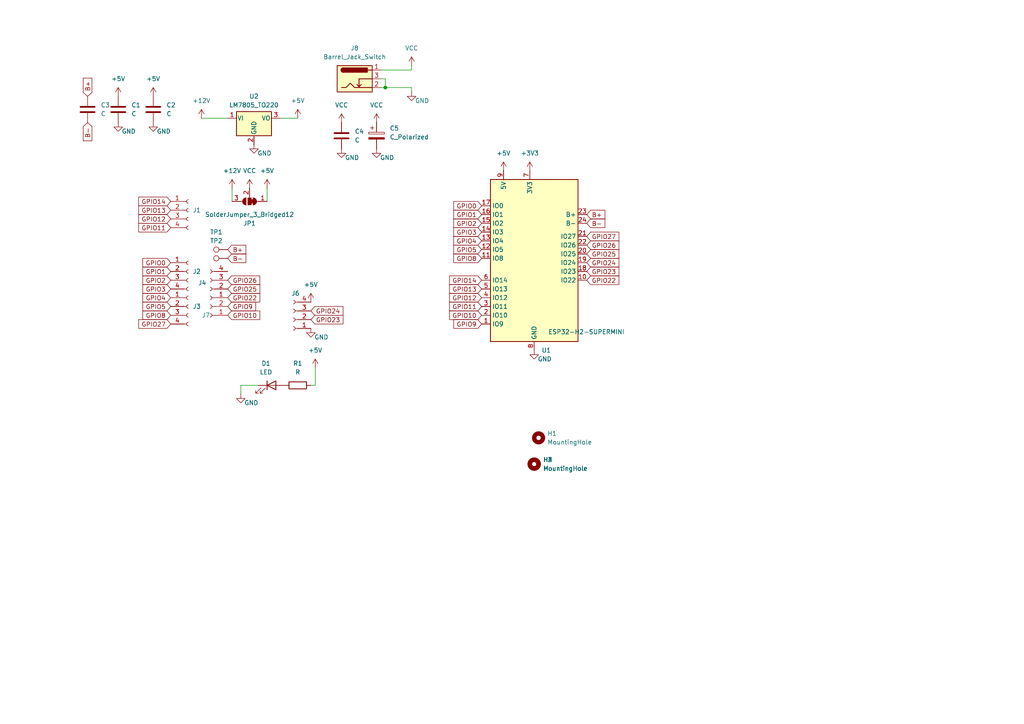
<source format=kicad_sch>
(kicad_sch (version 20250114) (generator "eeschema") (generator_version "9.0")
  (paper "A4")
  (lib_symbols
    (symbol "Connector:Barrel_Jack_Switch" (pin_names (hide yes))
      (property "Reference" "J" (at 0 5.334 0))
      (property "Value" "Barrel_Jack_Switch" (at 0 -5.08 0))
      (symbol "Barrel_Jack_Switch_0_1"
        (rectangle (start -5.08 3.81) (end 5.08 -3.81) (stroke (width 0.254)) (fill (type background)))
        (polyline (pts (xy -3.81 -2.54) (xy -2.54 -2.54) (xy -1.27 -1.27) (xy 0 -2.54) (xy 2.54 -2.54) (xy 5.08 -2.54)) (stroke (width 0.254)))
        (arc (start -3.302 1.905) (mid -3.9343 2.54) (end -3.302 3.175) (stroke (width 0.254)))
        (arc (start -3.302 1.905) (mid -3.9343 2.54) (end -3.302 3.175) (stroke (width 0.254)) (fill (type outline)))
        (polyline (pts (xy 1.27 -2.286) (xy 1.905 -1.651)) (stroke (width 0.254)))
        (rectangle (start 3.683 3.175) (end -3.302 1.905) (stroke (width 0.254)) (fill (type outline)))
        (polyline (pts (xy 5.08 2.54) (xy 3.81 2.54)) (stroke (width 0.254)))
        (polyline (pts (xy 5.08 0) (xy 1.27 0) (xy 1.27 -2.286) (xy 0.635 -1.651)) (stroke (width 0.254)))
      )
      (symbol "Barrel_Jack_Switch_1_1"
        (pin passive line (at 7.62 2.54 180) (length 2.54) (name "~") (number "1"))
        (pin passive line (at 7.62 0 180) (length 2.54) (name "~") (number "3"))
        (pin passive line (at 7.62 -2.54 180) (length 2.54) (name "~") (number "2"))
      )
    )
    (symbol "Connector:Conn_01x02_Socket" (pin_names (offset 1.016) (hide yes))
      (property "Reference" "J" (at 0 2.54 0))
      (property "Value" "Conn_01x02_Socket" (at 0 -5.08 0))
      (symbol "Conn_01x02_Socket_1_1"
        (polyline (pts (xy -1.27 0) (xy -0.508 0)) (stroke (width 0.1524)))
        (polyline (pts (xy -1.27 -2.54) (xy -0.508 -2.54)) (stroke (width 0.1524)))
        (arc (start 0 -0.508) (mid -0.5058 0) (end 0 0.508) (stroke (width 0.1524)))
        (arc (start 0 -3.048) (mid -0.5058 -2.54) (end 0 -2.032) (stroke (width 0.1524)))
        (pin passive line (at -5.08 0 0) (length 3.81) (name "Pin_1") (number "1"))
        (pin passive line (at -5.08 -2.54 0) (length 3.81) (name "Pin_2") (number "2"))
      )
    )
    (symbol "Connector:Conn_01x04_Socket" (pin_names (offset 1.016) (hide yes))
      (property "Reference" "J" (at 0 5.08 0))
      (property "Value" "Conn_01x04_Socket" (at 0 -7.62 0))
      (symbol "Conn_01x04_Socket_1_1"
        (polyline (pts (xy -1.27 2.54) (xy -0.508 2.54)) (stroke (width 0.1524)))
        (polyline (pts (xy -1.27 0) (xy -0.508 0)) (stroke (width 0.1524)))
        (polyline (pts (xy -1.27 -2.54) (xy -0.508 -2.54)) (stroke (width 0.1524)))
        (polyline (pts (xy -1.27 -5.08) (xy -0.508 -5.08)) (stroke (width 0.1524)))
        (arc (start 0 2.032) (mid -0.5058 2.54) (end 0 3.048) (stroke (width 0.1524)))
        (arc (start 0 -0.508) (mid -0.5058 0) (end 0 0.508) (stroke (width 0.1524)))
        (arc (start 0 -3.048) (mid -0.5058 -2.54) (end 0 -2.032) (stroke (width 0.1524)))
        (arc (start 0 -5.588) (mid -0.5058 -5.08) (end 0 -4.572) (stroke (width 0.1524)))
        (pin passive line (at -5.08 2.54 0) (length 3.81) (name "Pin_1") (number "1"))
        (pin passive line (at -5.08 0 0) (length 3.81) (name "Pin_2") (number "2"))
        (pin passive line (at -5.08 -2.54 0) (length 3.81) (name "Pin_3") (number "3"))
        (pin passive line (at -5.08 -5.08 0) (length 3.81) (name "Pin_4") (number "4"))
      )
    )
    (symbol "Connector:TestPoint" (pin_numbers (hide yes)) (pin_names (offset 0.762) (hide yes))
      (property "Reference" "TP" (at 0 6.858 0))
      (property "Value" "TestPoint" (at 0 5.08 0))
      (symbol "TestPoint_0_1"
        (circle (center 0 3.302) (radius 0.762))
      )
      (symbol "TestPoint_1_1"
        (pin passive line (at 0 0 90) (length 2.54) (name "1") (number "1"))
      )
    )
    (symbol "Device:C" (pin_numbers (hide yes)) (pin_names (offset 0.254))
      (property "Reference" "C" (at 0.635 2.54 0))
      (property "Value" "C" (at 0.635 -2.54 0))
      (symbol "C_0_1"
        (polyline (pts (xy -2.032 0.762) (xy 2.032 0.762)) (stroke (width 0.508)))
        (polyline (pts (xy -2.032 -0.762) (xy 2.032 -0.762)) (stroke (width 0.508)))
      )
      (symbol "C_1_1"
        (pin passive line (at 0 3.81 270) (length 2.794) (name "~") (number "1"))
        (pin passive line (at 0 -3.81 90) (length 2.794) (name "~") (number "2"))
      )
    )
    (symbol "Device:C_Polarized" (pin_numbers (hide yes)) (pin_names (offset 0.254))
      (property "Reference" "C" (at 0.635 2.54 0))
      (property "Value" "C_Polarized" (at 0.635 -2.54 0))
      (symbol "C_Polarized_0_1"
        (rectangle (start -2.286 0.508) (end 2.286 1.016))
        (polyline (pts (xy -1.778 2.286) (xy -0.762 2.286)))
        (polyline (pts (xy -1.27 2.794) (xy -1.27 1.778)))
        (rectangle (start 2.286 -0.508) (end -2.286 -1.016) (fill (type outline)))
      )
      (symbol "C_Polarized_1_1"
        (pin passive line (at 0 3.81 270) (length 2.794) (name "~") (number "1"))
        (pin passive line (at 0 -3.81 90) (length 2.794) (name "~") (number "2"))
      )
    )
    (symbol "Device:LED" (pin_numbers (hide yes)) (pin_names (offset 1.016) (hide yes))
      (property "Reference" "D" (at 0 2.54 0))
      (property "Value" "LED" (at 0 -2.54 0))
      (symbol "LED_0_1"
        (polyline (pts (xy -3.048 -0.762) (xy -4.572 -2.286) (xy -3.81 -2.286) (xy -4.572 -2.286) (xy -4.572 -1.524)))
        (polyline (pts (xy -1.778 -0.762) (xy -3.302 -2.286) (xy -2.54 -2.286) (xy -3.302 -2.286) (xy -3.302 -1.524)))
        (polyline (pts (xy -1.27 0) (xy 1.27 0)))
        (polyline (pts (xy -1.27 -1.27) (xy -1.27 1.27)) (stroke (width 0.254)))
        (polyline (pts (xy 1.27 -1.27) (xy 1.27 1.27) (xy -1.27 0) (xy 1.27 -1.27)) (stroke (width 0.254)))
      )
      (symbol "LED_1_1"
        (pin passive line (at -3.81 0 0) (length 2.54) (name "K") (number "1"))
        (pin passive line (at 3.81 0 180) (length 2.54) (name "A") (number "2"))
      )
    )
    (symbol "Device:R" (pin_numbers (hide yes)) (pin_names (offset 0))
      (property "Reference" "R" (at 2.032 0 90))
      (property "Value" "R" (at 0 0 90))
      (symbol "R_0_1"
        (rectangle (start -1.016 -2.54) (end 1.016 2.54) (stroke (width 0.254)))
      )
      (symbol "R_1_1"
        (pin passive line (at 0 3.81 270) (length 1.27) (name "~") (number "1"))
        (pin passive line (at 0 -3.81 90) (length 1.27) (name "~") (number "2"))
      )
    )
    (symbol "ESP32H2-Supermini:ESP32-S3-MINI-1"
      (property "Reference" "U" (at -11.43 29.21 0))
      (property "Value" "ESP32-H2-SUPERMINI" (at 12.7 29.21 0))
      (symbol "ESP32-S3-MINI-1_0_1"
        (rectangle (start -12.7 27.94) (end 12.7 -19.05) (stroke (width 0.254)) (fill (type background)))
      )
      (symbol "ESP32-S3-MINI-1_1_1"
        (pin bidirectional line (at -15.24 20.32 0) (length 2.54) (name "IO0") (number "17"))
        (pin bidirectional line (at -15.24 17.78 0) (length 2.54) (name "IO1") (number "16"))
        (pin bidirectional line (at -15.24 15.24 0) (length 2.54) (name "IO2") (number "15"))
        (pin bidirectional line (at -15.24 12.7 0) (length 2.54) (name "IO3") (number "14"))
        (pin bidirectional line (at -15.24 10.16 0) (length 2.54) (name "IO4") (number "13"))
        (pin bidirectional line (at -15.24 7.62 0) (length 2.54) (name "IO5") (number "12"))
        (pin bidirectional line (at -15.24 5.08 0) (length 2.54) (name "IO8") (number "11"))
        (pin bidirectional line (at -15.24 -1.27 0) (length 2.54) (name "IO14") (number "6"))
        (pin bidirectional line (at -15.24 -3.81 0) (length 2.54) (name "IO13") (number "5"))
        (pin bidirectional line (at -15.24 -6.35 0) (length 2.54) (name "IO12") (number "4"))
        (pin bidirectional line (at -15.24 -8.89 0) (length 2.54) (name "IO11") (number "3"))
        (pin bidirectional line (at -15.24 -11.43 0) (length 2.54) (name "IO10") (number "2"))
        (pin bidirectional line (at -15.24 -13.97 0) (length 2.54) (name "IO9") (number "1"))
        (pin power_in line (at -8.89 30.48 270) (length 2.54) (name "5V") (number "9"))
        (pin power_in line (at -1.27 30.48 270) (length 2.54) (name "3V3") (number "7"))
        (pin power_out line (at 0 -21.59 90) (length 2.54) (name "GND") (number "8"))
        (pin bidirectional line (at 15.24 17.78 180) (length 2.54) (name "B+") (number "23"))
        (pin bidirectional line (at 15.24 15.24 180) (length 2.54) (name "B-") (number "24"))
        (pin bidirectional line (at 15.24 11.43 180) (length 2.54) (name "IO27") (number "21"))
        (pin bidirectional line (at 15.24 8.89 180) (length 2.54) (name "IO26") (number "22"))
        (pin bidirectional line (at 15.24 6.35 180) (length 2.54) (name "IO25") (number "20"))
        (pin bidirectional line (at 15.24 3.81 180) (length 2.54) (name "IO24") (number "19"))
        (pin bidirectional line (at 15.24 1.27 180) (length 2.54) (name "IO23") (number "18"))
        (pin bidirectional line (at 15.24 -1.27 180) (length 2.54) (name "IO22") (number "10"))
      )
    )
    (symbol "Jumper:SolderJumper_3_Bridged12" (pin_names (offset 0) (hide yes)) (exclude_from_sim yes) (in_bom no)
      (property "Reference" "JP" (at -2.54 -2.54 0))
      (property "Value" "SolderJumper_3_Bridged12" (at 0 2.794 0))
      (symbol "SolderJumper_3_Bridged12_0_1"
        (polyline (pts (xy -2.54 0) (xy -2.032 0)))
        (polyline (pts (xy -1.016 1.016) (xy -1.016 -1.016)))
        (rectangle (start -1.016 0.508) (end -0.508 -0.508) (fill (type outline)))
        (arc (start -1.016 -1.016) (mid -2.0276 0) (end -1.016 1.016))
        (arc (start -1.016 -1.016) (mid -2.0276 0) (end -1.016 1.016) (fill (type outline)))
        (rectangle (start -0.508 1.016) (end 0.508 -1.016) (fill (type outline)))
        (polyline (pts (xy 0 -1.27) (xy 0 -1.016)))
        (arc (start 1.016 1.016) (mid 2.0276 0) (end 1.016 -1.016))
        (arc (start 1.016 1.016) (mid 2.0276 0) (end 1.016 -1.016) (fill (type outline)))
        (polyline (pts (xy 1.016 1.016) (xy 1.016 -1.016)))
        (polyline (pts (xy 2.54 0) (xy 2.032 0)))
      )
      (symbol "SolderJumper_3_Bridged12_1_1"
        (pin passive line (at -5.08 0 0) (length 2.54) (name "A") (number "1"))
        (pin passive line (at 0 -3.81 90) (length 2.54) (name "C") (number "2"))
        (pin passive line (at 5.08 0 180) (length 2.54) (name "B") (number "3"))
      )
    )
    (symbol "Mechanical:MountingHole" (pin_names (offset 1.016)) (exclude_from_sim yes) (in_bom no)
      (property "Reference" "H" (at 0 5.08 0))
      (property "Value" "MountingHole" (at 0 3.175 0))
      (symbol "MountingHole_0_1"
        (circle (center 0 0) (radius 1.27) (stroke (width 1.27)))
      )
    )
    (symbol "Regulator_Linear:LM7805_TO220" (pin_names (offset 0.254))
      (property "Reference" "U" (at -3.81 3.175 0))
      (property "Value" "LM7805_TO220" (at 0 3.175 0))
      (symbol "LM7805_TO220_0_1"
        (rectangle (start -5.08 1.905) (end 5.08 -5.08) (stroke (width 0.254)) (fill (type background)))
      )
      (symbol "LM7805_TO220_1_1"
        (pin power_in line (at -7.62 0 0) (length 2.54) (name "VI") (number "1"))
        (pin power_in line (at 0 -7.62 90) (length 2.54) (name "GND") (number "2"))
        (pin power_out line (at 7.62 0 180) (length 2.54) (name "VO") (number "3"))
      )
    )
    (symbol "power:+12V" (power) (pin_numbers (hide yes)) (pin_names (offset 0) (hide yes))
      (property "Value" "+12V" (at 0 3.556 0))
      (symbol "+12V_0_1"
        (polyline (pts (xy -0.762 1.27) (xy 0 2.54)))
        (polyline (pts (xy 0 2.54) (xy 0.762 1.27)))
        (polyline (pts (xy 0 0) (xy 0 2.54)))
      )
      (symbol "+12V_1_1"
        (pin power_in line (at 0 0 90) (length 0) (name "~") (number "1"))
      )
    )
    (symbol "power:+3V3" (power) (pin_numbers (hide yes)) (pin_names (offset 0) (hide yes))
      (property "Value" "+3V3" (at 0 3.556 0))
      (symbol "+3V3_0_1"
        (polyline (pts (xy -0.762 1.27) (xy 0 2.54)))
        (polyline (pts (xy 0 2.54) (xy 0.762 1.27)))
        (polyline (pts (xy 0 0) (xy 0 2.54)))
      )
      (symbol "+3V3_1_1"
        (pin power_in line (at 0 0 90) (length 0) (name "~") (number "1"))
      )
    )
    (symbol "power:+5V" (power) (pin_numbers (hide yes)) (pin_names (offset 0) (hide yes))
      (property "Value" "+5V" (at 0 3.556 0))
      (symbol "+5V_0_1"
        (polyline (pts (xy -0.762 1.27) (xy 0 2.54)))
        (polyline (pts (xy 0 2.54) (xy 0.762 1.27)))
        (polyline (pts (xy 0 0) (xy 0 2.54)))
      )
      (symbol "+5V_1_1"
        (pin power_in line (at 0 0 90) (length 0) (name "~") (number "1"))
      )
    )
    (symbol "power:GND" (power) (pin_numbers (hide yes)) (pin_names (offset 0) (hide yes))
      (property "Value" "GND" (at 0 -3.81 0))
      (symbol "GND_0_1"
        (polyline (pts (xy 0 0) (xy 0 -1.27) (xy 1.27 -1.27) (xy 0 -2.54) (xy -1.27 -1.27) (xy 0 -1.27)))
      )
      (symbol "GND_1_1"
        (pin power_in line (at 0 0 270) (length 0) (name "~") (number "1"))
      )
    )
    (symbol "power:VCC" (power) (pin_numbers (hide yes)) (pin_names (offset 0) (hide yes))
      (property "Value" "VCC" (at 0 3.556 0))
      (symbol "VCC_0_1"
        (polyline (pts (xy -0.762 1.27) (xy 0 2.54)))
        (polyline (pts (xy 0 2.54) (xy 0.762 1.27)))
        (polyline (pts (xy 0 0) (xy 0 2.54)))
      )
      (symbol "VCC_1_1"
        (pin power_in line (at 0 0 90) (length 0) (name "~") (number "1"))
      )
    )
  )
  (junction (at 111.76 25.4))
  (wire (pts (xy 119.38 25.4) (xy 119.38 26.67)))
  (wire (pts (xy 111.76 22.86) (xy 111.76 25.4)))
  (wire (pts (xy 111.76 25.4) (xy 119.38 25.4)))
  (wire (pts (xy 74.93 111.76) (xy 69.85 111.76)))
  (wire (pts (xy 91.44 111.76) (xy 90.17 111.76)))
  (wire (pts (xy 91.44 106.68) (xy 91.44 111.76)))
  (wire (pts (xy 77.47 54.61) (xy 77.47 58.42)))
  (wire (pts (xy 69.85 111.76) (xy 69.85 114.3)))
  (wire (pts (xy 67.31 54.61) (xy 67.31 58.42)))
  (wire (pts (xy 58.42 34.29) (xy 66.04 34.29)))
  (wire (pts (xy 119.38 19.05) (xy 119.38 20.32)))
  (wire (pts (xy 110.49 25.4) (xy 111.76 25.4)))
  (wire (pts (xy 81.28 34.29) (xy 86.36 34.29)))
  (wire (pts (xy 110.49 20.32) (xy 119.38 20.32)))
  (wire (pts (xy 110.49 22.86) (xy 111.76 22.86)))
  (global_label "GPIO10" (shape input) (at 66.04 91.44 0) (property "Intersheetrefs" "${INTERSHEET_REFS}" (effects (hide yes))))
  (global_label "GPIO3" (shape input) (at 49.53 83.82 180) (property "Intersheetrefs" "${INTERSHEET_REFS}" (effects (hide yes))))
  (global_label "GPIO11" (shape input) (at 139.7 88.9 180) (property "Intersheetrefs" "${INTERSHEET_REFS}" (effects (hide yes))))
  (global_label "GPIO12" (shape input) (at 49.53 63.5 180) (property "Intersheetrefs" "${INTERSHEET_REFS}" (effects (hide yes))))
  (global_label "GPIO3" (shape input) (at 139.7 67.31 180) (property "Intersheetrefs" "${INTERSHEET_REFS}" (effects (hide yes))))
  (global_label "GPIO22" (shape input) (at 66.04 86.36 0) (property "Intersheetrefs" "${INTERSHEET_REFS}" (effects (hide yes))))
  (global_label "B-" (shape input) (at 66.04 74.93 0) (property "Intersheetrefs" "${INTERSHEET_REFS}" (effects (hide yes))))
  (global_label "GPIO8" (shape input) (at 49.53 91.44 180) (property "Intersheetrefs" "${INTERSHEET_REFS}" (effects (hide yes))))
  (global_label "GPIO23" (shape input) (at 170.18 78.74 0) (property "Intersheetrefs" "${INTERSHEET_REFS}" (effects (hide yes))))
  (global_label "GPIO5" (shape input) (at 49.53 88.9 180) (property "Intersheetrefs" "${INTERSHEET_REFS}" (effects (hide yes))))
  (global_label "B+" (shape input) (at 66.04 72.39 0) (property "Intersheetrefs" "${INTERSHEET_REFS}" (effects (hide yes))))
  (global_label "GPIO9" (shape input) (at 139.7 93.98 180) (property "Intersheetrefs" "${INTERSHEET_REFS}" (effects (hide yes))))
  (global_label "GPIO11" (shape input) (at 49.53 66.04 180) (property "Intersheetrefs" "${INTERSHEET_REFS}" (effects (hide yes))))
  (global_label "GPIO26" (shape input) (at 170.18 71.12 0) (property "Intersheetrefs" "${INTERSHEET_REFS}" (effects (hide yes))))
  (global_label "GPIO13" (shape input) (at 139.7 83.82 180) (property "Intersheetrefs" "${INTERSHEET_REFS}" (effects (hide yes))))
  (global_label "GPIO1" (shape input) (at 139.7 62.23 180) (property "Intersheetrefs" "${INTERSHEET_REFS}" (effects (hide yes))))
  (global_label "GPIO12" (shape input) (at 139.7 86.36 180) (property "Intersheetrefs" "${INTERSHEET_REFS}" (effects (hide yes))))
  (global_label "GPIO22" (shape input) (at 170.18 81.28 0) (property "Intersheetrefs" "${INTERSHEET_REFS}" (effects (hide yes))))
  (global_label "GPIO5" (shape input) (at 139.7 72.39 180) (property "Intersheetrefs" "${INTERSHEET_REFS}" (effects (hide yes))))
  (global_label "GPIO2" (shape input) (at 139.7 64.77 180) (property "Intersheetrefs" "${INTERSHEET_REFS}" (effects (hide yes))))
  (global_label "GPIO26" (shape input) (at 66.04 81.28 0) (property "Intersheetrefs" "${INTERSHEET_REFS}" (effects (hide yes))))
  (global_label "GPIO14" (shape input) (at 49.53 58.42 180) (property "Intersheetrefs" "${INTERSHEET_REFS}" (effects (hide yes))))
  (global_label "GPIO8" (shape input) (at 139.7 74.93 180) (property "Intersheetrefs" "${INTERSHEET_REFS}" (effects (hide yes))))
  (global_label "GPIO23" (shape input) (at 90.17 92.71 0) (property "Intersheetrefs" "${INTERSHEET_REFS}" (effects (hide yes))))
  (global_label "GPIO25" (shape input) (at 170.18 73.66 0) (property "Intersheetrefs" "${INTERSHEET_REFS}" (effects (hide yes))))
  (global_label "B-" (shape input) (at 25.4 35.56 270) (property "Intersheetrefs" "${INTERSHEET_REFS}" (effects (hide yes))))
  (global_label "GPIO24" (shape input) (at 170.18 76.2 0) (property "Intersheetrefs" "${INTERSHEET_REFS}" (effects (hide yes))))
  (global_label "B-" (shape input) (at 170.18 64.77 0) (property "Intersheetrefs" "${INTERSHEET_REFS}" (effects (hide yes))))
  (global_label "GPIO1" (shape input) (at 49.53 78.74 180) (property "Intersheetrefs" "${INTERSHEET_REFS}" (effects (hide yes))))
  (global_label "GPIO0" (shape input) (at 49.53 76.2 180) (property "Intersheetrefs" "${INTERSHEET_REFS}" (effects (hide yes))))
  (global_label "B+" (shape input) (at 25.4 27.94 90) (property "Intersheetrefs" "${INTERSHEET_REFS}" (effects (hide yes))))
  (global_label "GPIO4" (shape input) (at 49.53 86.36 180) (property "Intersheetrefs" "${INTERSHEET_REFS}" (effects (hide yes))))
  (global_label "GPIO9" (shape input) (at 66.04 88.9 0) (property "Intersheetrefs" "${INTERSHEET_REFS}" (effects (hide yes))))
  (global_label "GPIO13" (shape input) (at 49.53 60.96 180) (property "Intersheetrefs" "${INTERSHEET_REFS}" (effects (hide yes))))
  (global_label "B+" (shape input) (at 170.18 62.23 0) (property "Intersheetrefs" "${INTERSHEET_REFS}" (effects (hide yes))))
  (global_label "GPIO0" (shape input) (at 139.7 59.69 180) (property "Intersheetrefs" "${INTERSHEET_REFS}" (effects (hide yes))))
  (global_label "GPIO24" (shape input) (at 90.17 90.17 0) (property "Intersheetrefs" "${INTERSHEET_REFS}" (effects (hide yes))))
  (global_label "GPIO25" (shape input) (at 66.04 83.82 0) (property "Intersheetrefs" "${INTERSHEET_REFS}" (effects (hide yes))))
  (global_label "GPIO27" (shape input) (at 49.53 93.98 180) (property "Intersheetrefs" "${INTERSHEET_REFS}" (effects (hide yes))))
  (global_label "GPIO14" (shape input) (at 139.7 81.28 180) (property "Intersheetrefs" "${INTERSHEET_REFS}" (effects (hide yes))))
  (global_label "GPIO27" (shape input) (at 170.18 68.58 0) (property "Intersheetrefs" "${INTERSHEET_REFS}" (effects (hide yes))))
  (global_label "GPIO10" (shape input) (at 139.7 91.44 180) (property "Intersheetrefs" "${INTERSHEET_REFS}" (effects (hide yes))))
  (global_label "GPIO2" (shape input) (at 49.53 81.28 180) (property "Intersheetrefs" "${INTERSHEET_REFS}" (effects (hide yes))))
  (global_label "GPIO4" (shape input) (at 139.7 69.85 180) (property "Intersheetrefs" "${INTERSHEET_REFS}" (effects (hide yes))))
  (symbol (lib_id "Device:C_Polarized") (at 109.22 39.37 0) (unit 1)
    (property "Reference" "C5" (at 113.03 37.2109 0) (effects (justify left)))
    (property "Value" "C_Polarized" (at 113.03 39.7509 0) (effects (justify left)))
    (property "Footprint" "Capacitor_THT:CP_Radial_D10.0mm_P3.80mm" (effects (hide yes)))
    (property "Description" "Polarized capacitor" (effects (hide yes)))
  )
  (symbol (lib_id "Connector:Barrel_Jack_Switch") (at 102.87 22.86 0) (unit 1)
    (property "Reference" "J8" (at 102.87 13.97 0))
    (property "Value" "Barrel_Jack_Switch" (at 102.87 16.51 0))
    (property "Footprint" "Connector_BarrelJack:BarrelJack_Horizontal" (effects (hide yes)))
    (property "Description" "DC Barrel Jack with an internal switch" (effects (hide yes)))
  )
  (symbol (lib_id "power:+5V") (at 34.29 27.94 0) (unit 1)
    (property "Reference" "#PWR09" (effects (hide yes)))
    (property "Value" "+5V" (at 34.29 22.86 0))
    (property "Description" "Power symbol creates a global label with name \"+5V\"" (effects (hide yes)))
  )
  (symbol (lib_id "Connector:Conn_01x04_Socket") (at 54.61 78.74 0) (unit 1)
    (property "Reference" "J2" (at 55.88 78.7399 0) (effects (justify left)))
    (property "Value" "Conn_01x04_Socket" (effects (hide yes)))
    (property "Footprint" "Connector_PinSocket_2.54mm:PinSocket_1x04_P2.54mm_Vertical" (effects (hide yes)))
    (property "Description" "Generic connector, single row, 01x04, script generated" (effects (hide yes)))
  )
  (symbol (lib_id "power:VCC") (at 109.22 35.56 0) (unit 1)
    (property "Reference" "#PWR015" (effects (hide yes)))
    (property "Value" "VCC" (at 109.22 30.48 0))
    (property "Description" "Power symbol creates a global label with name \"VCC\"" (effects (hide yes)))
  )
  (symbol (lib_id "Device:C") (at 99.06 39.37 0) (unit 1)
    (property "Reference" "C4" (at 102.87 38.0999 0) (effects (justify left)))
    (property "Value" "C" (at 102.87 40.6399 0) (effects (justify left)))
    (property "Footprint" "Capacitor_SMD:C_0805_2012Metric_Pad1.18x1.45mm_HandSolder" (effects (hide yes)))
    (property "Description" "Unpolarized capacitor" (effects (hide yes)))
  )
  (symbol (lib_id "power:VCC") (at 72.39 54.61 0) (unit 1)
    (property "Reference" "#PWR017" (effects (hide yes)))
    (property "Value" "VCC" (at 72.39 49.53 0))
    (property "Description" "Power symbol creates a global label with name \"VCC\"" (effects (hide yes)))
  )
  (symbol (lib_id "power:GND") (at 34.29 35.56 0) (unit 1)
    (property "Reference" "#PWR011" (effects (hide yes)))
    (property "Value" "GND" (at 37.338 38.1 0))
    (property "Description" "Power symbol creates a global label with name \"GND\" , ground" (effects (hide yes)))
  )
  (symbol (lib_id "Connector:Conn_01x02_Socket") (at 60.96 91.44 180) (unit 1)
    (property "Reference" "J7" (at 59.69 91.44 0))
    (property "Value" "Conn_01x02_Socket" (effects (hide yes)))
    (property "Footprint" "Connector_PinSocket_2.54mm:PinSocket_1x02_P2.54mm_Vertical" (effects (hide yes)))
    (property "Description" "Generic connector, single row, 01x02, script generated" (effects (hide yes)))
  )
  (symbol (lib_id "power:VCC") (at 119.38 19.05 0) (unit 1)
    (property "Reference" "#PWR01" (effects (hide yes)))
    (property "Value" "VCC" (at 119.38 13.97 0))
    (property "Description" "Power symbol creates a global label with name \"VCC\"" (effects (hide yes)))
  )
  (symbol (lib_id "Device:LED") (at 78.74 111.76 0) (unit 1)
    (property "Reference" "D1" (at 77.1525 105.41 0))
    (property "Value" "LED" (at 77.1525 107.95 0))
    (property "Footprint" "LED_THT:LED_D4.0mm" (effects (hide yes)))
    (property "Description" "Light emitting diode" (effects (hide yes)))
    (property "Sim.Pins" "1=K 2=A" (effects (hide yes)))
  )
  (symbol (lib_id "power:+5V") (at 91.44 106.68 0) (unit 1)
    (property "Reference" "#PWR024" (effects (hide yes)))
    (property "Value" "+5V" (at 91.44 101.6 0))
    (property "Description" "Power symbol creates a global label with name \"+5V\"" (effects (hide yes)))
  )
  (symbol (lib_id "power:GND") (at 44.45 35.56 0) (unit 1)
    (property "Reference" "#PWR012" (effects (hide yes)))
    (property "Value" "GND" (at 47.498 38.1 0))
    (property "Description" "Power symbol creates a global label with name \"GND\" , ground" (effects (hide yes)))
  )
  (symbol (lib_id "power:GND") (at 109.22 43.18 0) (unit 1)
    (property "Reference" "#PWR016" (effects (hide yes)))
    (property "Value" "GND" (at 112.268 45.72 0))
    (property "Description" "Power symbol creates a global label with name \"GND\" , ground" (effects (hide yes)))
  )
  (symbol (lib_id "Device:C") (at 34.29 31.75 0) (unit 1)
    (property "Reference" "C1" (at 38.1 30.4799 0) (effects (justify left)))
    (property "Value" "C" (at 38.1 33.0199 0) (effects (justify left)))
    (property "Footprint" "Capacitor_SMD:C_0805_2012Metric_Pad1.18x1.45mm_HandSolder" (effects (hide yes)))
    (property "Description" "Unpolarized capacitor" (effects (hide yes)))
  )
  (symbol (lib_id "power:GND") (at 90.17 95.25 0) (unit 1)
    (property "Reference" "#PWR021" (effects (hide yes)))
    (property "Value" "GND" (at 93.218 97.79 0))
    (property "Description" "Power symbol creates a global label with name \"GND\" , ground" (effects (hide yes)))
  )
  (symbol (lib_id "Connector:Conn_01x04_Socket") (at 54.61 60.96 0) (unit 1)
    (property "Reference" "J1" (at 55.88 60.9599 0) (effects (justify left)))
    (property "Value" "Conn_01x04_Socket" (effects (hide yes)))
    (property "Footprint" "Connector_PinSocket_2.54mm:PinSocket_1x04_P2.54mm_Vertical" (effects (hide yes)))
    (property "Description" "Generic connector, single row, 01x04, script generated" (effects (hide yes)))
  )
  (symbol (lib_id "Jumper:SolderJumper_3_Bridged12") (at 72.39 58.42 180) (unit 1)
    (property "Reference" "JP1" (at 72.39 64.77 0))
    (property "Value" "SolderJumper_3_Bridged12" (at 72.39 62.23 0))
    (property "Footprint" "Jumper:SolderJumper-3_P1.3mm_Bridged12_Pad1.0x1.5mm" (effects (hide yes)))
    (property "Description" "3-pole Solder Jumper, pins 1+2 closed/bridged" (effects (hide yes)))
  )
  (symbol (lib_id "power:+12V") (at 58.42 34.29 0) (unit 1)
    (property "Reference" "#PWR019" (effects (hide yes)))
    (property "Value" "+12V" (at 58.42 29.21 0))
    (property "Description" "Power symbol creates a global label with name \"+12V\"" (effects (hide yes)))
  )
  (symbol (lib_id "Device:C") (at 25.4 31.75 0) (unit 1)
    (property "Reference" "C3" (at 29.21 30.4799 0) (effects (justify left)))
    (property "Value" "C" (at 29.21 33.0199 0) (effects (justify left)))
    (property "Footprint" "Capacitor_SMD:C_0805_2012Metric_Pad1.18x1.45mm_HandSolder" (effects (hide yes)))
    (property "Description" "Unpolarized capacitor" (effects (hide yes)))
  )
  (symbol (lib_id "Mechanical:MountingHole") (at 154.94 134.62 0) (unit 1) (exclude_from_sim yes) (in_bom no)
    (property "Reference" "H3" (at 157.48 133.3499 0) (effects (justify left)))
    (property "Value" "MountingHole" (at 157.48 135.8899 0) (effects (justify left)))
    (property "Footprint" "MountingHole:MountingHole_2mm" (effects (hide yes)))
    (property "Description" "Mounting Hole without connection" (effects (hide yes)))
  )
  (symbol (lib_id "power:+5V") (at 44.45 27.94 0) (unit 1)
    (property "Reference" "#PWR010" (effects (hide yes)))
    (property "Value" "+5V" (at 44.45 22.86 0))
    (property "Description" "Power symbol creates a global label with name \"+5V\"" (effects (hide yes)))
  )
  (symbol (lib_id "Mechanical:MountingHole") (at 156.21 127 0) (unit 1) (exclude_from_sim yes) (in_bom no)
    (property "Reference" "H1" (at 158.75 125.7299 0) (effects (justify left)))
    (property "Value" "MountingHole" (at 158.75 128.2699 0) (effects (justify left)))
    (property "Footprint" "MountingHole:MountingHole_2mm" (effects (hide yes)))
    (property "Description" "Mounting Hole without connection" (effects (hide yes)))
  )
  (symbol (lib_id "Device:C") (at 44.45 31.75 0) (unit 1)
    (property "Reference" "C2" (at 48.26 30.4799 0) (effects (justify left)))
    (property "Value" "C" (at 48.26 33.0199 0) (effects (justify left)))
    (property "Footprint" "Capacitor_SMD:C_0805_2012Metric_Pad1.18x1.45mm_HandSolder" (effects (hide yes)))
    (property "Description" "Unpolarized capacitor" (effects (hide yes)))
  )
  (symbol (lib_id "Connector:Conn_01x04_Socket") (at 54.61 88.9 0) (unit 1)
    (property "Reference" "J3" (at 55.88 88.8999 0) (effects (justify left)))
    (property "Value" "Conn_01x04_Socket" (effects (hide yes)))
    (property "Footprint" "Connector_PinSocket_2.54mm:PinSocket_1x04_P2.54mm_Vertical" (effects (hide yes)))
    (property "Description" "Generic connector, single row, 01x04, script generated" (effects (hide yes)))
  )
  (symbol (lib_id "power:GND") (at 69.85 114.3 0) (unit 1)
    (property "Reference" "#PWR023" (effects (hide yes)))
    (property "Value" "GND" (at 72.898 116.84 0))
    (property "Description" "Power symbol creates a global label with name \"GND\" , ground" (effects (hide yes)))
  )
  (symbol (lib_id "power:+5V") (at 90.17 87.63 0) (unit 1)
    (property "Reference" "#PWR022" (effects (hide yes)))
    (property "Value" "+5V" (at 90.17 82.55 0))
    (property "Description" "Power symbol creates a global label with name \"+5V\"" (effects (hide yes)))
  )
  (symbol (lib_id "Mechanical:MountingHole") (at 154.94 134.62 0) (unit 1) (exclude_from_sim yes) (in_bom no)
    (property "Reference" "H4" (at 157.48 133.3499 0) (effects (justify left)))
    (property "Value" "MountingHole" (at 157.48 135.8899 0) (effects (justify left)))
    (property "Footprint" "MountingHole:MountingHole_2mm" (effects (hide yes)))
    (property "Description" "Mounting Hole without connection" (effects (hide yes)))
  )
  (symbol (lib_id "power:+5V") (at 86.36 34.29 0) (unit 1)
    (property "Reference" "#PWR04" (effects (hide yes)))
    (property "Value" "+5V" (at 86.36 29.21 0))
    (property "Description" "Power symbol creates a global label with name \"+5V\"" (effects (hide yes)))
  )
  (symbol (lib_id "power:+3V3") (at 153.67 49.53 0) (unit 1)
    (property "Reference" "#PWR07" (effects (hide yes)))
    (property "Value" "+3V3" (at 153.67 44.45 0))
    (property "Description" "Power symbol creates a global label with name \"+3V3\"" (effects (hide yes)))
  )
  (symbol (lib_id "power:GND") (at 99.06 43.18 0) (unit 1)
    (property "Reference" "#PWR013" (effects (hide yes)))
    (property "Value" "GND" (at 102.108 45.72 0))
    (property "Description" "Power symbol creates a global label with name \"GND\" , ground" (effects (hide yes)))
  )
  (symbol (lib_id "Device:R") (at 86.36 111.76 90) (unit 1)
    (property "Reference" "R1" (at 86.36 105.41 90))
    (property "Value" "R" (at 86.36 107.95 90))
    (property "Footprint" "Resistor_SMD:R_0805_2012Metric_Pad1.20x1.40mm_HandSolder" (effects (hide yes)))
    (property "Description" "Resistor" (effects (hide yes)))
  )
  (symbol (lib_id "power:GND") (at 154.94 101.6 0) (unit 1)
    (property "Reference" "#PWR08" (effects (hide yes)))
    (property "Value" "GND" (at 157.988 104.14 0))
    (property "Description" "Power symbol creates a global label with name \"GND\" , ground" (effects (hide yes)))
  )
  (symbol (lib_id "power:+5V") (at 77.47 54.61 0) (unit 1)
    (property "Reference" "#PWR020" (effects (hide yes)))
    (property "Value" "+5V" (at 77.47 49.53 0))
    (property "Description" "Power symbol creates a global label with name \"+5V\"" (effects (hide yes)))
  )
  (symbol (lib_id "Connector:Conn_01x04_Socket") (at 85.09 92.71 180) (unit 1)
    (property "Reference" "J6" (at 85.725 85.09 0))
    (property "Value" "Conn_01x04_Socket" (effects (hide yes)))
    (property "Footprint" "Connector_PinSocket_2.54mm:PinSocket_1x04_P2.54mm_Vertical" (effects (hide yes)))
    (property "Description" "Generic connector, single row, 01x04, script generated" (effects (hide yes)))
  )
  (symbol (lib_id "Regulator_Linear:LM7805_TO220") (at 73.66 34.29 0) (unit 1)
    (property "Reference" "U2" (at 73.66 27.94 0))
    (property "Value" "LM7805_TO220" (at 73.66 30.48 0))
    (property "Footprint" "Package_TO_SOT_THT:TO-220-3_Vertical" (effects (hide yes)))
    (property "Datasheet" "https://www.onsemi.cn/PowerSolutions/document/MC7800-D.PDF" (effects (hide yes)))
    (property "Description" "Positive 1A 35V Linear Regulator, Fixed Output 5V, TO-220" (effects (hide yes)))
  )
  (symbol (lib_id "ESP32H2-Supermini:ESP32-S3-MINI-1") (at 154.94 80.01 0) (unit 1)
    (property "Reference" "U1" (at 157.0833 101.6 0) (effects (justify left)))
    (property "Value" "ESP32-H2-SUPERMINI" (at 159.004 96.266 0) (effects (justify left)))
    (property "Footprint" "libs:ESP32H2-Supermini" (effects (hide yes)))
    (property "Datasheet" "https://www.espressif.com/sites/default/files/documentation/esp32-h2_datasheet_en.pdf" (effects (hide yes)))
    (property "Description" "\"RF Module, ESP32-H2 SoC, Bluetooth 5.2 (LE), IEEE 802.15.4, 32-bit, 3.3V, SMD, onboard antenna.\"" (effects (hide yes)))
  )
  (symbol (lib_id "Mechanical:MountingHole") (at 154.94 134.62 0) (unit 1) (exclude_from_sim yes) (in_bom no)
    (property "Reference" "H2" (at 157.48 133.3499 0) (effects (justify left)))
    (property "Value" "MountingHole" (at 157.48 135.8899 0) (effects (justify left)))
    (property "Footprint" "MountingHole:MountingHole_2mm" (effects (hide yes)))
    (property "Description" "Mounting Hole without connection" (effects (hide yes)))
  )
  (symbol (lib_id "Connector:Conn_01x04_Socket") (at 60.96 83.82 180) (unit 1)
    (property "Reference" "J4" (at 58.674 82.042 0))
    (property "Value" "Conn_01x04_Socket" (effects (hide yes)))
    (property "Footprint" "Connector_PinSocket_2.54mm:PinSocket_1x04_P2.54mm_Vertical" (effects (hide yes)))
    (property "Description" "Generic connector, single row, 01x04, script generated" (effects (hide yes)))
  )
  (symbol (lib_id "power:+12V") (at 67.31 54.61 0) (unit 1)
    (property "Reference" "#PWR018" (effects (hide yes)))
    (property "Value" "+12V" (at 67.31 49.53 0))
    (property "Description" "Power symbol creates a global label with name \"+12V\"" (effects (hide yes)))
  )
  (symbol (lib_id "power:GND") (at 119.38 26.67 0) (unit 1)
    (property "Reference" "#PWR5" (effects (hide yes)))
    (property "Value" "GND" (at 122.428 29.21 0))
    (property "Description" "Power symbol creates a global label with name \"GND\" , ground" (effects (hide yes)))
  )
  (symbol (lib_id "power:GND") (at 73.66 41.91 0) (unit 1)
    (property "Reference" "#PWR014" (effects (hide yes)))
    (property "Value" "GND" (at 76.708 44.45 0))
    (property "Description" "Power symbol creates a global label with name \"GND\" , ground" (effects (hide yes)))
  )
  (symbol (lib_id "power:+5V") (at 146.05 49.53 0) (unit 1)
    (property "Reference" "#PWR06" (effects (hide yes)))
    (property "Value" "+5V" (at 146.05 44.45 0))
    (property "Description" "Power symbol creates a global label with name \"+5V\"" (effects (hide yes)))
  )
  (symbol (lib_id "Connector:TestPoint") (at 66.04 72.39 90) (unit 1)
    (property "Reference" "TP1" (at 62.738 67.31 90))
    (property "Value" "TestPoint" (effects (hide yes)))
    (property "Footprint" "TestPoint:TestPoint_Pad_D4.0mm" (effects (hide yes)))
    (property "Description" "test point" (effects (hide yes)))
  )
  (symbol (lib_id "Connector:TestPoint") (at 66.04 74.93 90) (unit 1)
    (property "Reference" "TP2" (at 62.738 69.85 90))
    (property "Value" "TestPoint" (effects (hide yes)))
    (property "Footprint" "TestPoint:TestPoint_Pad_D4.0mm" (effects (hide yes)))
    (property "Description" "test point" (effects (hide yes)))
  )
  (symbol (lib_id "power:VCC") (at 99.06 35.56 0) (unit 1)
    (property "Reference" "#PWR03" (effects (hide yes)))
    (property "Value" "VCC" (at 99.06 30.48 0))
    (property "Description" "Power symbol creates a global label with name \"VCC\"" (effects (hide yes)))
  )
)
</source>
